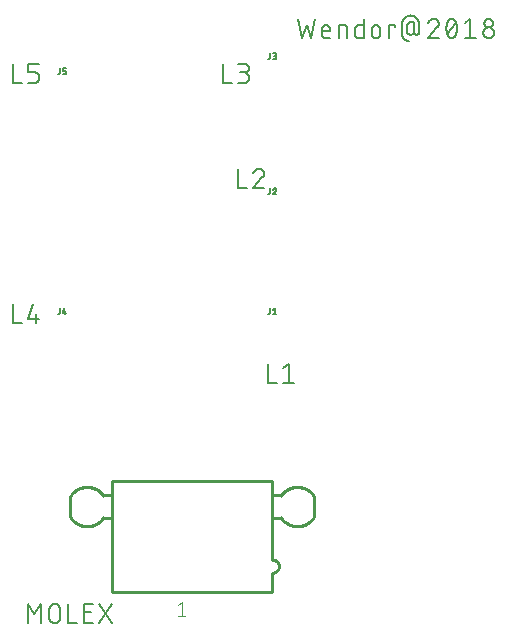
<source format=gbr>
G04 EAGLE Gerber X2 export*
%TF.Part,Single*%
%TF.FileFunction,Legend,Top,1*%
%TF.FilePolarity,Positive*%
%TF.GenerationSoftware,Autodesk,EAGLE,8.7.1*%
%TF.CreationDate,2018-05-13T19:15:01Z*%
G75*
%MOMM*%
%FSLAX34Y34*%
%LPD*%
%AMOC8*
5,1,8,0,0,1.08239X$1,22.5*%
G01*
%ADD10C,0.152400*%
%ADD11C,0.127000*%
%ADD12C,0.254000*%
%ADD13C,0.101600*%


D10*
X254762Y563118D02*
X258374Y546862D01*
X261987Y557699D01*
X265599Y546862D01*
X269212Y563118D01*
X277757Y546862D02*
X282273Y546862D01*
X277757Y546862D02*
X277656Y546864D01*
X277555Y546870D01*
X277454Y546879D01*
X277353Y546892D01*
X277253Y546909D01*
X277154Y546930D01*
X277056Y546954D01*
X276959Y546982D01*
X276862Y547014D01*
X276767Y547049D01*
X276674Y547088D01*
X276582Y547130D01*
X276491Y547176D01*
X276403Y547225D01*
X276316Y547277D01*
X276231Y547333D01*
X276148Y547391D01*
X276068Y547453D01*
X275990Y547518D01*
X275914Y547585D01*
X275841Y547655D01*
X275771Y547728D01*
X275704Y547804D01*
X275639Y547882D01*
X275577Y547962D01*
X275519Y548045D01*
X275463Y548130D01*
X275411Y548217D01*
X275362Y548305D01*
X275316Y548396D01*
X275274Y548488D01*
X275235Y548581D01*
X275200Y548676D01*
X275168Y548773D01*
X275140Y548870D01*
X275116Y548968D01*
X275095Y549067D01*
X275078Y549167D01*
X275065Y549268D01*
X275056Y549369D01*
X275050Y549470D01*
X275048Y549571D01*
X275048Y554087D01*
X275050Y554206D01*
X275056Y554326D01*
X275066Y554445D01*
X275080Y554563D01*
X275097Y554682D01*
X275119Y554799D01*
X275144Y554916D01*
X275174Y555031D01*
X275207Y555146D01*
X275244Y555260D01*
X275284Y555372D01*
X275329Y555483D01*
X275377Y555592D01*
X275428Y555700D01*
X275483Y555806D01*
X275542Y555910D01*
X275604Y556012D01*
X275669Y556112D01*
X275738Y556210D01*
X275810Y556306D01*
X275885Y556399D01*
X275962Y556489D01*
X276043Y556577D01*
X276127Y556662D01*
X276214Y556744D01*
X276303Y556824D01*
X276395Y556900D01*
X276489Y556974D01*
X276586Y557044D01*
X276684Y557111D01*
X276785Y557175D01*
X276889Y557235D01*
X276994Y557292D01*
X277101Y557345D01*
X277209Y557395D01*
X277319Y557441D01*
X277431Y557483D01*
X277544Y557522D01*
X277658Y557557D01*
X277773Y557588D01*
X277890Y557616D01*
X278007Y557639D01*
X278124Y557659D01*
X278243Y557675D01*
X278362Y557687D01*
X278481Y557695D01*
X278600Y557699D01*
X278720Y557699D01*
X278839Y557695D01*
X278958Y557687D01*
X279077Y557675D01*
X279196Y557659D01*
X279313Y557639D01*
X279430Y557616D01*
X279547Y557588D01*
X279662Y557557D01*
X279776Y557522D01*
X279889Y557483D01*
X280001Y557441D01*
X280111Y557395D01*
X280219Y557345D01*
X280326Y557292D01*
X280431Y557235D01*
X280535Y557175D01*
X280636Y557111D01*
X280734Y557044D01*
X280831Y556974D01*
X280925Y556900D01*
X281017Y556824D01*
X281106Y556744D01*
X281193Y556662D01*
X281277Y556577D01*
X281358Y556489D01*
X281435Y556399D01*
X281510Y556306D01*
X281582Y556210D01*
X281651Y556112D01*
X281716Y556012D01*
X281778Y555910D01*
X281837Y555806D01*
X281892Y555700D01*
X281943Y555592D01*
X281991Y555483D01*
X282036Y555372D01*
X282076Y555260D01*
X282113Y555146D01*
X282146Y555031D01*
X282176Y554916D01*
X282201Y554799D01*
X282223Y554682D01*
X282240Y554563D01*
X282254Y554445D01*
X282264Y554326D01*
X282270Y554206D01*
X282272Y554087D01*
X282273Y554087D02*
X282273Y552281D01*
X275048Y552281D01*
X289116Y546862D02*
X289116Y557699D01*
X293631Y557699D01*
X293735Y557697D01*
X293838Y557691D01*
X293942Y557681D01*
X294045Y557667D01*
X294147Y557649D01*
X294248Y557628D01*
X294349Y557602D01*
X294448Y557573D01*
X294547Y557540D01*
X294644Y557503D01*
X294739Y557462D01*
X294833Y557418D01*
X294925Y557370D01*
X295015Y557319D01*
X295104Y557264D01*
X295190Y557206D01*
X295273Y557144D01*
X295355Y557080D01*
X295433Y557012D01*
X295509Y556942D01*
X295583Y556869D01*
X295653Y556792D01*
X295721Y556714D01*
X295785Y556632D01*
X295847Y556549D01*
X295905Y556463D01*
X295960Y556374D01*
X296011Y556284D01*
X296059Y556192D01*
X296103Y556098D01*
X296144Y556003D01*
X296181Y555906D01*
X296214Y555807D01*
X296243Y555708D01*
X296269Y555607D01*
X296290Y555506D01*
X296308Y555404D01*
X296322Y555301D01*
X296332Y555197D01*
X296338Y555094D01*
X296340Y554990D01*
X296341Y554990D02*
X296341Y546862D01*
X310336Y546862D02*
X310336Y563118D01*
X310336Y546862D02*
X305820Y546862D01*
X305719Y546864D01*
X305618Y546870D01*
X305517Y546879D01*
X305416Y546892D01*
X305316Y546909D01*
X305217Y546930D01*
X305119Y546954D01*
X305022Y546982D01*
X304925Y547014D01*
X304830Y547049D01*
X304737Y547088D01*
X304645Y547130D01*
X304554Y547176D01*
X304466Y547225D01*
X304379Y547277D01*
X304294Y547333D01*
X304211Y547391D01*
X304131Y547453D01*
X304053Y547518D01*
X303977Y547585D01*
X303904Y547655D01*
X303834Y547728D01*
X303767Y547804D01*
X303702Y547882D01*
X303640Y547962D01*
X303582Y548045D01*
X303526Y548130D01*
X303474Y548217D01*
X303425Y548305D01*
X303379Y548396D01*
X303337Y548488D01*
X303298Y548581D01*
X303263Y548676D01*
X303231Y548773D01*
X303203Y548870D01*
X303179Y548968D01*
X303158Y549067D01*
X303141Y549167D01*
X303128Y549268D01*
X303119Y549369D01*
X303113Y549470D01*
X303111Y549571D01*
X303111Y554990D01*
X303113Y555091D01*
X303119Y555192D01*
X303128Y555293D01*
X303141Y555394D01*
X303158Y555494D01*
X303179Y555593D01*
X303203Y555691D01*
X303231Y555788D01*
X303263Y555885D01*
X303298Y555980D01*
X303337Y556073D01*
X303379Y556165D01*
X303425Y556256D01*
X303474Y556345D01*
X303526Y556431D01*
X303582Y556516D01*
X303640Y556599D01*
X303702Y556679D01*
X303767Y556757D01*
X303834Y556833D01*
X303904Y556906D01*
X303977Y556976D01*
X304053Y557043D01*
X304131Y557108D01*
X304211Y557170D01*
X304294Y557228D01*
X304379Y557284D01*
X304466Y557336D01*
X304554Y557385D01*
X304645Y557431D01*
X304737Y557473D01*
X304830Y557512D01*
X304925Y557547D01*
X305022Y557579D01*
X305119Y557607D01*
X305217Y557631D01*
X305316Y557652D01*
X305416Y557669D01*
X305517Y557682D01*
X305618Y557691D01*
X305719Y557697D01*
X305820Y557699D01*
X310336Y557699D01*
X317252Y554087D02*
X317252Y550474D01*
X317252Y554087D02*
X317254Y554206D01*
X317260Y554326D01*
X317270Y554445D01*
X317284Y554563D01*
X317301Y554682D01*
X317323Y554799D01*
X317348Y554916D01*
X317378Y555031D01*
X317411Y555146D01*
X317448Y555260D01*
X317488Y555372D01*
X317533Y555483D01*
X317581Y555592D01*
X317632Y555700D01*
X317687Y555806D01*
X317746Y555910D01*
X317808Y556012D01*
X317873Y556112D01*
X317942Y556210D01*
X318014Y556306D01*
X318089Y556399D01*
X318166Y556489D01*
X318247Y556577D01*
X318331Y556662D01*
X318418Y556744D01*
X318507Y556824D01*
X318599Y556900D01*
X318693Y556974D01*
X318790Y557044D01*
X318888Y557111D01*
X318989Y557175D01*
X319093Y557235D01*
X319198Y557292D01*
X319305Y557345D01*
X319413Y557395D01*
X319523Y557441D01*
X319635Y557483D01*
X319748Y557522D01*
X319862Y557557D01*
X319977Y557588D01*
X320094Y557616D01*
X320211Y557639D01*
X320328Y557659D01*
X320447Y557675D01*
X320566Y557687D01*
X320685Y557695D01*
X320804Y557699D01*
X320924Y557699D01*
X321043Y557695D01*
X321162Y557687D01*
X321281Y557675D01*
X321400Y557659D01*
X321517Y557639D01*
X321634Y557616D01*
X321751Y557588D01*
X321866Y557557D01*
X321980Y557522D01*
X322093Y557483D01*
X322205Y557441D01*
X322315Y557395D01*
X322423Y557345D01*
X322530Y557292D01*
X322635Y557235D01*
X322739Y557175D01*
X322840Y557111D01*
X322938Y557044D01*
X323035Y556974D01*
X323129Y556900D01*
X323221Y556824D01*
X323310Y556744D01*
X323397Y556662D01*
X323481Y556577D01*
X323562Y556489D01*
X323639Y556399D01*
X323714Y556306D01*
X323786Y556210D01*
X323855Y556112D01*
X323920Y556012D01*
X323982Y555910D01*
X324041Y555806D01*
X324096Y555700D01*
X324147Y555592D01*
X324195Y555483D01*
X324240Y555372D01*
X324280Y555260D01*
X324317Y555146D01*
X324350Y555031D01*
X324380Y554916D01*
X324405Y554799D01*
X324427Y554682D01*
X324444Y554563D01*
X324458Y554445D01*
X324468Y554326D01*
X324474Y554206D01*
X324476Y554087D01*
X324477Y554087D02*
X324477Y550474D01*
X324476Y550474D02*
X324474Y550355D01*
X324468Y550235D01*
X324458Y550116D01*
X324444Y549998D01*
X324427Y549879D01*
X324405Y549762D01*
X324380Y549645D01*
X324350Y549530D01*
X324317Y549415D01*
X324280Y549301D01*
X324240Y549189D01*
X324195Y549078D01*
X324147Y548969D01*
X324096Y548861D01*
X324041Y548755D01*
X323982Y548651D01*
X323920Y548549D01*
X323855Y548449D01*
X323786Y548351D01*
X323714Y548255D01*
X323639Y548162D01*
X323562Y548072D01*
X323481Y547984D01*
X323397Y547899D01*
X323310Y547817D01*
X323221Y547737D01*
X323129Y547661D01*
X323035Y547587D01*
X322938Y547517D01*
X322840Y547450D01*
X322739Y547386D01*
X322635Y547326D01*
X322530Y547269D01*
X322423Y547216D01*
X322315Y547166D01*
X322205Y547120D01*
X322093Y547078D01*
X321980Y547039D01*
X321866Y547004D01*
X321751Y546973D01*
X321634Y546945D01*
X321517Y546922D01*
X321400Y546902D01*
X321281Y546886D01*
X321162Y546874D01*
X321043Y546866D01*
X320924Y546862D01*
X320804Y546862D01*
X320685Y546866D01*
X320566Y546874D01*
X320447Y546886D01*
X320328Y546902D01*
X320211Y546922D01*
X320094Y546945D01*
X319977Y546973D01*
X319862Y547004D01*
X319748Y547039D01*
X319635Y547078D01*
X319523Y547120D01*
X319413Y547166D01*
X319305Y547216D01*
X319198Y547269D01*
X319093Y547326D01*
X318989Y547386D01*
X318888Y547450D01*
X318790Y547517D01*
X318693Y547587D01*
X318599Y547661D01*
X318507Y547737D01*
X318418Y547817D01*
X318331Y547899D01*
X318247Y547984D01*
X318166Y548072D01*
X318089Y548162D01*
X318014Y548255D01*
X317942Y548351D01*
X317873Y548449D01*
X317808Y548549D01*
X317746Y548651D01*
X317687Y548755D01*
X317632Y548861D01*
X317581Y548969D01*
X317533Y549078D01*
X317488Y549189D01*
X317448Y549301D01*
X317411Y549415D01*
X317378Y549530D01*
X317348Y549645D01*
X317323Y549762D01*
X317301Y549879D01*
X317284Y549998D01*
X317270Y550116D01*
X317260Y550235D01*
X317254Y550355D01*
X317252Y550474D01*
X331405Y546862D02*
X331405Y557699D01*
X336824Y557699D01*
X336824Y555893D01*
X350043Y560409D02*
X352752Y560409D01*
X350043Y560408D02*
X349939Y560406D01*
X349836Y560400D01*
X349732Y560390D01*
X349629Y560376D01*
X349527Y560358D01*
X349426Y560337D01*
X349325Y560311D01*
X349226Y560282D01*
X349127Y560249D01*
X349030Y560212D01*
X348935Y560171D01*
X348841Y560127D01*
X348749Y560079D01*
X348659Y560028D01*
X348570Y559973D01*
X348484Y559915D01*
X348401Y559853D01*
X348319Y559789D01*
X348241Y559721D01*
X348165Y559651D01*
X348091Y559578D01*
X348021Y559501D01*
X347953Y559423D01*
X347889Y559341D01*
X347827Y559258D01*
X347769Y559172D01*
X347714Y559083D01*
X347663Y558993D01*
X347615Y558901D01*
X347571Y558807D01*
X347530Y558712D01*
X347493Y558615D01*
X347460Y558516D01*
X347431Y558417D01*
X347405Y558316D01*
X347384Y558215D01*
X347366Y558113D01*
X347352Y558010D01*
X347342Y557906D01*
X347336Y557803D01*
X347334Y557699D01*
X347333Y557699D02*
X347333Y552281D01*
X347334Y552281D02*
X347336Y552178D01*
X347342Y552076D01*
X347351Y551974D01*
X347365Y551872D01*
X347382Y551771D01*
X347404Y551671D01*
X347429Y551572D01*
X347457Y551473D01*
X347490Y551376D01*
X347526Y551280D01*
X347565Y551185D01*
X347609Y551092D01*
X347655Y551001D01*
X347706Y550912D01*
X347759Y550824D01*
X347816Y550739D01*
X347876Y550656D01*
X347939Y550575D01*
X348005Y550496D01*
X348074Y550421D01*
X348146Y550347D01*
X348220Y550277D01*
X348297Y550209D01*
X348377Y550145D01*
X348459Y550083D01*
X348543Y550025D01*
X348630Y549970D01*
X348718Y549918D01*
X348809Y549870D01*
X348901Y549825D01*
X348994Y549783D01*
X349090Y549745D01*
X349186Y549711D01*
X349284Y549680D01*
X349383Y549654D01*
X349483Y549630D01*
X349584Y549611D01*
X349685Y549596D01*
X349787Y549584D01*
X349889Y549576D01*
X349992Y549572D01*
X350094Y549572D01*
X350197Y549576D01*
X350299Y549584D01*
X350401Y549596D01*
X350502Y549611D01*
X350603Y549630D01*
X350703Y549654D01*
X350802Y549680D01*
X350900Y549711D01*
X350996Y549745D01*
X351092Y549783D01*
X351185Y549825D01*
X351277Y549870D01*
X351368Y549918D01*
X351456Y549970D01*
X351543Y550025D01*
X351627Y550083D01*
X351709Y550145D01*
X351789Y550209D01*
X351866Y550277D01*
X351940Y550347D01*
X352012Y550421D01*
X352081Y550496D01*
X352147Y550575D01*
X352210Y550656D01*
X352270Y550739D01*
X352327Y550824D01*
X352380Y550912D01*
X352431Y551001D01*
X352477Y551092D01*
X352521Y551185D01*
X352560Y551280D01*
X352596Y551376D01*
X352629Y551473D01*
X352657Y551572D01*
X352682Y551671D01*
X352704Y551771D01*
X352721Y551872D01*
X352735Y551974D01*
X352744Y552076D01*
X352750Y552178D01*
X352752Y552281D01*
X352752Y551829D02*
X352752Y560409D01*
X352752Y551829D02*
X352754Y551736D01*
X352760Y551643D01*
X352769Y551550D01*
X352783Y551457D01*
X352800Y551366D01*
X352821Y551275D01*
X352846Y551185D01*
X352874Y551096D01*
X352906Y551008D01*
X352942Y550922D01*
X352981Y550837D01*
X353024Y550754D01*
X353070Y550673D01*
X353120Y550594D01*
X353172Y550517D01*
X353228Y550442D01*
X353287Y550370D01*
X353349Y550300D01*
X353413Y550232D01*
X353481Y550168D01*
X353551Y550106D01*
X353623Y550047D01*
X353698Y549991D01*
X353775Y549939D01*
X353854Y549889D01*
X353935Y549843D01*
X354018Y549800D01*
X354103Y549761D01*
X354189Y549725D01*
X354277Y549693D01*
X354366Y549665D01*
X354456Y549640D01*
X354547Y549619D01*
X354638Y549602D01*
X354731Y549588D01*
X354824Y549579D01*
X354917Y549573D01*
X355010Y549571D01*
X355103Y549573D01*
X355196Y549579D01*
X355289Y549588D01*
X355382Y549602D01*
X355473Y549619D01*
X355564Y549640D01*
X355654Y549665D01*
X355743Y549693D01*
X355831Y549725D01*
X355917Y549761D01*
X356002Y549800D01*
X356085Y549843D01*
X356166Y549889D01*
X356245Y549939D01*
X356322Y549991D01*
X356397Y550047D01*
X356469Y550106D01*
X356539Y550168D01*
X356607Y550232D01*
X356671Y550300D01*
X356733Y550370D01*
X356792Y550442D01*
X356848Y550517D01*
X356900Y550594D01*
X356950Y550673D01*
X356996Y550754D01*
X357039Y550837D01*
X357078Y550922D01*
X357114Y551008D01*
X357146Y551096D01*
X357174Y551185D01*
X357199Y551275D01*
X357220Y551366D01*
X357237Y551457D01*
X357251Y551550D01*
X357260Y551643D01*
X357266Y551736D01*
X357268Y551829D01*
X357268Y558602D01*
X357266Y558778D01*
X357259Y558954D01*
X357249Y559129D01*
X357234Y559305D01*
X357215Y559480D01*
X357191Y559654D01*
X357163Y559828D01*
X357131Y560001D01*
X357095Y560173D01*
X357055Y560344D01*
X357010Y560514D01*
X356962Y560684D01*
X356909Y560851D01*
X356852Y561018D01*
X356791Y561183D01*
X356726Y561347D01*
X356658Y561508D01*
X356585Y561669D01*
X356508Y561827D01*
X356428Y561984D01*
X356344Y562138D01*
X356256Y562290D01*
X356164Y562441D01*
X356069Y562589D01*
X355970Y562734D01*
X355867Y562877D01*
X355762Y563018D01*
X355652Y563156D01*
X355540Y563291D01*
X355424Y563423D01*
X355305Y563553D01*
X355183Y563680D01*
X355058Y563803D01*
X354930Y563924D01*
X354798Y564041D01*
X354665Y564155D01*
X354528Y564266D01*
X354389Y564374D01*
X354247Y564478D01*
X354103Y564579D01*
X353956Y564676D01*
X353807Y564769D01*
X353656Y564859D01*
X353502Y564945D01*
X353347Y565027D01*
X353189Y565106D01*
X353030Y565181D01*
X352869Y565252D01*
X352706Y565318D01*
X352542Y565381D01*
X352376Y565440D01*
X352209Y565495D01*
X352040Y565545D01*
X351870Y565592D01*
X351700Y565634D01*
X351528Y565673D01*
X351355Y565707D01*
X351182Y565737D01*
X351008Y565762D01*
X350833Y565784D01*
X350658Y565801D01*
X350483Y565814D01*
X350307Y565822D01*
X350131Y565826D01*
X349955Y565826D01*
X349779Y565822D01*
X349603Y565814D01*
X349428Y565801D01*
X349253Y565784D01*
X349078Y565762D01*
X348904Y565737D01*
X348731Y565707D01*
X348558Y565673D01*
X348386Y565634D01*
X348216Y565592D01*
X348046Y565545D01*
X347877Y565495D01*
X347710Y565440D01*
X347544Y565381D01*
X347380Y565318D01*
X347217Y565252D01*
X347056Y565181D01*
X346897Y565106D01*
X346739Y565027D01*
X346584Y564945D01*
X346431Y564859D01*
X346279Y564769D01*
X346130Y564676D01*
X345983Y564579D01*
X345839Y564478D01*
X345697Y564374D01*
X345558Y564266D01*
X345421Y564155D01*
X345288Y564041D01*
X345156Y563924D01*
X345028Y563803D01*
X344903Y563680D01*
X344781Y563553D01*
X344662Y563423D01*
X344546Y563291D01*
X344434Y563156D01*
X344324Y563018D01*
X344219Y562877D01*
X344116Y562734D01*
X344017Y562589D01*
X343922Y562441D01*
X343830Y562290D01*
X343742Y562138D01*
X343658Y561984D01*
X343578Y561827D01*
X343501Y561669D01*
X343428Y561508D01*
X343360Y561347D01*
X343295Y561183D01*
X343234Y561018D01*
X343177Y560851D01*
X343124Y560684D01*
X343076Y560514D01*
X343031Y560344D01*
X342991Y560173D01*
X342955Y560001D01*
X342923Y559828D01*
X342895Y559654D01*
X342871Y559480D01*
X342852Y559305D01*
X342837Y559129D01*
X342827Y558954D01*
X342820Y558778D01*
X342818Y558602D01*
X342818Y550926D01*
X342820Y550762D01*
X342826Y550597D01*
X342836Y550433D01*
X342850Y550269D01*
X342868Y550106D01*
X342890Y549943D01*
X342915Y549780D01*
X342945Y549619D01*
X342979Y549458D01*
X343016Y549298D01*
X343058Y549138D01*
X343103Y548980D01*
X343152Y548823D01*
X343205Y548668D01*
X343261Y548513D01*
X343322Y548360D01*
X343386Y548209D01*
X343453Y548059D01*
X343524Y547911D01*
X343599Y547764D01*
X343678Y547620D01*
X343759Y547477D01*
X343845Y547336D01*
X343933Y547198D01*
X344025Y547061D01*
X344121Y546927D01*
X344219Y546796D01*
X344321Y546666D01*
X344425Y546540D01*
X344533Y546415D01*
X344644Y546294D01*
X344758Y546175D01*
X344874Y546059D01*
X344993Y545946D01*
X345115Y545835D01*
X345240Y545728D01*
X345367Y545624D01*
X345497Y545523D01*
X345629Y545425D01*
X345763Y545330D01*
X345900Y545238D01*
X346039Y545150D01*
X346180Y545066D01*
X346323Y544984D01*
X346468Y544907D01*
X346614Y544832D01*
X346763Y544762D01*
X346913Y544694D01*
X347065Y544631D01*
X347218Y544571D01*
X347372Y544515D01*
X347528Y544463D01*
X347686Y544415D01*
X347844Y544370D01*
X348003Y544329D01*
X348163Y544292D01*
X348324Y544259D01*
X348486Y544230D01*
X348649Y544205D01*
X348812Y544184D01*
X348975Y544166D01*
X349139Y544153D01*
X369773Y563118D02*
X369898Y563116D01*
X370023Y563110D01*
X370148Y563101D01*
X370272Y563087D01*
X370396Y563070D01*
X370520Y563049D01*
X370642Y563024D01*
X370764Y562995D01*
X370885Y562963D01*
X371005Y562927D01*
X371124Y562887D01*
X371241Y562844D01*
X371357Y562797D01*
X371472Y562746D01*
X371584Y562692D01*
X371696Y562634D01*
X371805Y562574D01*
X371912Y562509D01*
X372018Y562442D01*
X372121Y562371D01*
X372222Y562297D01*
X372321Y562220D01*
X372417Y562140D01*
X372511Y562057D01*
X372602Y561972D01*
X372691Y561883D01*
X372776Y561792D01*
X372859Y561698D01*
X372939Y561602D01*
X373016Y561503D01*
X373090Y561402D01*
X373161Y561299D01*
X373228Y561193D01*
X373293Y561086D01*
X373353Y560977D01*
X373411Y560865D01*
X373465Y560753D01*
X373516Y560638D01*
X373563Y560522D01*
X373606Y560405D01*
X373646Y560286D01*
X373682Y560166D01*
X373714Y560045D01*
X373743Y559923D01*
X373768Y559801D01*
X373789Y559677D01*
X373806Y559553D01*
X373820Y559429D01*
X373829Y559304D01*
X373835Y559179D01*
X373837Y559054D01*
X369773Y563118D02*
X369630Y563116D01*
X369488Y563110D01*
X369345Y563100D01*
X369203Y563087D01*
X369062Y563069D01*
X368920Y563048D01*
X368780Y563023D01*
X368640Y562994D01*
X368501Y562961D01*
X368363Y562924D01*
X368226Y562884D01*
X368091Y562840D01*
X367956Y562792D01*
X367823Y562740D01*
X367691Y562685D01*
X367561Y562626D01*
X367433Y562564D01*
X367306Y562498D01*
X367181Y562429D01*
X367058Y562357D01*
X366938Y562281D01*
X366819Y562202D01*
X366702Y562119D01*
X366588Y562034D01*
X366476Y561945D01*
X366367Y561854D01*
X366260Y561759D01*
X366155Y561662D01*
X366054Y561561D01*
X365955Y561458D01*
X365859Y561353D01*
X365766Y561244D01*
X365676Y561133D01*
X365589Y561020D01*
X365505Y560905D01*
X365425Y560787D01*
X365347Y560667D01*
X365273Y560545D01*
X365203Y560421D01*
X365135Y560295D01*
X365072Y560167D01*
X365011Y560038D01*
X364954Y559907D01*
X364901Y559775D01*
X364852Y559641D01*
X364806Y559506D01*
X372482Y555893D02*
X372576Y555985D01*
X372666Y556079D01*
X372754Y556176D01*
X372839Y556276D01*
X372921Y556378D01*
X373000Y556483D01*
X373075Y556590D01*
X373147Y556699D01*
X373216Y556810D01*
X373282Y556924D01*
X373344Y557039D01*
X373403Y557156D01*
X373458Y557275D01*
X373509Y557395D01*
X373557Y557517D01*
X373602Y557640D01*
X373642Y557764D01*
X373679Y557890D01*
X373712Y558017D01*
X373741Y558144D01*
X373767Y558273D01*
X373788Y558402D01*
X373806Y558532D01*
X373819Y558662D01*
X373829Y558792D01*
X373835Y558923D01*
X373837Y559054D01*
X372482Y555893D02*
X364806Y546862D01*
X373837Y546862D01*
X380437Y554990D02*
X380441Y555310D01*
X380452Y555629D01*
X380471Y555949D01*
X380498Y556267D01*
X380532Y556585D01*
X380574Y556902D01*
X380624Y557218D01*
X380681Y557533D01*
X380745Y557846D01*
X380817Y558158D01*
X380896Y558468D01*
X380983Y558775D01*
X381077Y559081D01*
X381178Y559384D01*
X381287Y559685D01*
X381402Y559983D01*
X381525Y560279D01*
X381655Y560571D01*
X381792Y560860D01*
X381791Y560861D02*
X381830Y560969D01*
X381873Y561076D01*
X381919Y561181D01*
X381970Y561285D01*
X382023Y561387D01*
X382080Y561487D01*
X382141Y561585D01*
X382205Y561680D01*
X382272Y561774D01*
X382343Y561865D01*
X382416Y561954D01*
X382493Y562040D01*
X382572Y562123D01*
X382654Y562204D01*
X382739Y562282D01*
X382827Y562356D01*
X382917Y562428D01*
X383009Y562496D01*
X383104Y562562D01*
X383201Y562624D01*
X383300Y562682D01*
X383402Y562738D01*
X383504Y562789D01*
X383609Y562837D01*
X383715Y562882D01*
X383823Y562923D01*
X383932Y562960D01*
X384042Y562993D01*
X384154Y563022D01*
X384266Y563048D01*
X384379Y563070D01*
X384493Y563087D01*
X384607Y563101D01*
X384722Y563111D01*
X384837Y563117D01*
X384952Y563119D01*
X384952Y563118D02*
X385067Y563116D01*
X385182Y563110D01*
X385297Y563100D01*
X385411Y563086D01*
X385525Y563069D01*
X385638Y563047D01*
X385750Y563021D01*
X385862Y562992D01*
X385972Y562959D01*
X386081Y562922D01*
X386189Y562881D01*
X386295Y562836D01*
X386400Y562788D01*
X386502Y562737D01*
X386603Y562681D01*
X386703Y562623D01*
X386800Y562561D01*
X386894Y562496D01*
X386987Y562427D01*
X387077Y562355D01*
X387165Y562281D01*
X387250Y562203D01*
X387332Y562122D01*
X387411Y562039D01*
X387488Y561953D01*
X387561Y561864D01*
X387632Y561773D01*
X387699Y561679D01*
X387763Y561584D01*
X387824Y561486D01*
X387881Y561386D01*
X387934Y561284D01*
X387985Y561180D01*
X388031Y561075D01*
X388074Y560968D01*
X388113Y560860D01*
X388250Y560571D01*
X388380Y560279D01*
X388503Y559983D01*
X388618Y559685D01*
X388727Y559384D01*
X388828Y559081D01*
X388922Y558775D01*
X389009Y558468D01*
X389088Y558158D01*
X389160Y557846D01*
X389224Y557533D01*
X389281Y557218D01*
X389331Y556902D01*
X389373Y556585D01*
X389407Y556267D01*
X389434Y555949D01*
X389453Y555629D01*
X389464Y555310D01*
X389468Y554990D01*
X380437Y554990D02*
X380441Y554670D01*
X380452Y554351D01*
X380471Y554031D01*
X380498Y553713D01*
X380532Y553395D01*
X380574Y553078D01*
X380624Y552762D01*
X380681Y552447D01*
X380745Y552134D01*
X380817Y551822D01*
X380896Y551512D01*
X380983Y551205D01*
X381077Y550899D01*
X381178Y550596D01*
X381287Y550295D01*
X381402Y549997D01*
X381525Y549701D01*
X381655Y549409D01*
X381792Y549120D01*
X381791Y549120D02*
X381830Y549012D01*
X381873Y548905D01*
X381919Y548800D01*
X381970Y548696D01*
X382023Y548594D01*
X382080Y548494D01*
X382141Y548396D01*
X382205Y548301D01*
X382272Y548207D01*
X382343Y548116D01*
X382416Y548027D01*
X382493Y547941D01*
X382572Y547858D01*
X382654Y547777D01*
X382739Y547699D01*
X382827Y547625D01*
X382917Y547553D01*
X383010Y547484D01*
X383104Y547419D01*
X383201Y547357D01*
X383301Y547299D01*
X383402Y547243D01*
X383504Y547192D01*
X383609Y547144D01*
X383715Y547099D01*
X383823Y547058D01*
X383932Y547021D01*
X384042Y546988D01*
X384154Y546959D01*
X384266Y546933D01*
X384379Y546911D01*
X384493Y546894D01*
X384607Y546880D01*
X384722Y546870D01*
X384837Y546864D01*
X384952Y546862D01*
X388113Y549120D02*
X388250Y549409D01*
X388380Y549701D01*
X388503Y549997D01*
X388618Y550295D01*
X388727Y550596D01*
X388828Y550899D01*
X388922Y551205D01*
X389009Y551512D01*
X389088Y551822D01*
X389160Y552134D01*
X389224Y552447D01*
X389281Y552762D01*
X389331Y553078D01*
X389373Y553395D01*
X389407Y553713D01*
X389434Y554031D01*
X389453Y554351D01*
X389464Y554670D01*
X389468Y554990D01*
X388113Y549120D02*
X388074Y549012D01*
X388031Y548905D01*
X387985Y548800D01*
X387934Y548696D01*
X387881Y548594D01*
X387824Y548494D01*
X387763Y548396D01*
X387699Y548301D01*
X387632Y548207D01*
X387561Y548116D01*
X387488Y548027D01*
X387411Y547941D01*
X387332Y547858D01*
X387250Y547777D01*
X387165Y547699D01*
X387077Y547625D01*
X386987Y547553D01*
X386894Y547484D01*
X386800Y547419D01*
X386703Y547357D01*
X386603Y547299D01*
X386502Y547243D01*
X386399Y547192D01*
X386295Y547144D01*
X386189Y547099D01*
X386081Y547058D01*
X385972Y547021D01*
X385862Y546988D01*
X385750Y546959D01*
X385638Y546933D01*
X385525Y546911D01*
X385411Y546894D01*
X385297Y546880D01*
X385182Y546870D01*
X385067Y546864D01*
X384952Y546862D01*
X381340Y550474D02*
X388565Y559506D01*
X396068Y559506D02*
X400584Y563118D01*
X400584Y546862D01*
X405099Y546862D02*
X396068Y546862D01*
X411699Y551378D02*
X411701Y551511D01*
X411707Y551643D01*
X411717Y551775D01*
X411730Y551907D01*
X411748Y552039D01*
X411769Y552169D01*
X411794Y552300D01*
X411823Y552429D01*
X411856Y552557D01*
X411892Y552685D01*
X411932Y552811D01*
X411976Y552936D01*
X412024Y553060D01*
X412075Y553182D01*
X412130Y553303D01*
X412188Y553422D01*
X412250Y553540D01*
X412315Y553655D01*
X412384Y553769D01*
X412455Y553880D01*
X412531Y553989D01*
X412609Y554096D01*
X412690Y554201D01*
X412775Y554303D01*
X412862Y554403D01*
X412952Y554500D01*
X413045Y554595D01*
X413141Y554686D01*
X413239Y554775D01*
X413340Y554861D01*
X413444Y554944D01*
X413550Y555024D01*
X413658Y555100D01*
X413768Y555174D01*
X413881Y555244D01*
X413995Y555311D01*
X414112Y555374D01*
X414230Y555434D01*
X414350Y555491D01*
X414472Y555544D01*
X414595Y555593D01*
X414719Y555639D01*
X414845Y555681D01*
X414972Y555719D01*
X415100Y555754D01*
X415229Y555785D01*
X415358Y555812D01*
X415489Y555835D01*
X415620Y555855D01*
X415752Y555870D01*
X415884Y555882D01*
X416016Y555890D01*
X416149Y555894D01*
X416281Y555894D01*
X416414Y555890D01*
X416546Y555882D01*
X416678Y555870D01*
X416810Y555855D01*
X416941Y555835D01*
X417072Y555812D01*
X417201Y555785D01*
X417330Y555754D01*
X417458Y555719D01*
X417585Y555681D01*
X417711Y555639D01*
X417835Y555593D01*
X417958Y555544D01*
X418080Y555491D01*
X418200Y555434D01*
X418318Y555374D01*
X418435Y555311D01*
X418549Y555244D01*
X418662Y555174D01*
X418772Y555100D01*
X418880Y555024D01*
X418986Y554944D01*
X419090Y554861D01*
X419191Y554775D01*
X419289Y554686D01*
X419385Y554595D01*
X419478Y554500D01*
X419568Y554403D01*
X419655Y554303D01*
X419740Y554201D01*
X419821Y554096D01*
X419899Y553989D01*
X419975Y553880D01*
X420046Y553769D01*
X420115Y553655D01*
X420180Y553540D01*
X420242Y553422D01*
X420300Y553303D01*
X420355Y553182D01*
X420406Y553060D01*
X420454Y552936D01*
X420498Y552811D01*
X420538Y552685D01*
X420574Y552557D01*
X420607Y552429D01*
X420636Y552300D01*
X420661Y552169D01*
X420682Y552039D01*
X420700Y551907D01*
X420713Y551775D01*
X420723Y551643D01*
X420729Y551511D01*
X420731Y551378D01*
X420729Y551245D01*
X420723Y551113D01*
X420713Y550981D01*
X420700Y550849D01*
X420682Y550717D01*
X420661Y550587D01*
X420636Y550456D01*
X420607Y550327D01*
X420574Y550199D01*
X420538Y550071D01*
X420498Y549945D01*
X420454Y549820D01*
X420406Y549696D01*
X420355Y549574D01*
X420300Y549453D01*
X420242Y549334D01*
X420180Y549216D01*
X420115Y549101D01*
X420046Y548987D01*
X419975Y548876D01*
X419899Y548767D01*
X419821Y548660D01*
X419740Y548555D01*
X419655Y548453D01*
X419568Y548353D01*
X419478Y548256D01*
X419385Y548161D01*
X419289Y548070D01*
X419191Y547981D01*
X419090Y547895D01*
X418986Y547812D01*
X418880Y547732D01*
X418772Y547656D01*
X418662Y547582D01*
X418549Y547512D01*
X418435Y547445D01*
X418318Y547382D01*
X418200Y547322D01*
X418080Y547265D01*
X417958Y547212D01*
X417835Y547163D01*
X417711Y547117D01*
X417585Y547075D01*
X417458Y547037D01*
X417330Y547002D01*
X417201Y546971D01*
X417072Y546944D01*
X416941Y546921D01*
X416810Y546901D01*
X416678Y546886D01*
X416546Y546874D01*
X416414Y546866D01*
X416281Y546862D01*
X416149Y546862D01*
X416016Y546866D01*
X415884Y546874D01*
X415752Y546886D01*
X415620Y546901D01*
X415489Y546921D01*
X415358Y546944D01*
X415229Y546971D01*
X415100Y547002D01*
X414972Y547037D01*
X414845Y547075D01*
X414719Y547117D01*
X414595Y547163D01*
X414472Y547212D01*
X414350Y547265D01*
X414230Y547322D01*
X414112Y547382D01*
X413995Y547445D01*
X413881Y547512D01*
X413768Y547582D01*
X413658Y547656D01*
X413550Y547732D01*
X413444Y547812D01*
X413340Y547895D01*
X413239Y547981D01*
X413141Y548070D01*
X413045Y548161D01*
X412952Y548256D01*
X412862Y548353D01*
X412775Y548453D01*
X412690Y548555D01*
X412609Y548660D01*
X412531Y548767D01*
X412455Y548876D01*
X412384Y548987D01*
X412315Y549101D01*
X412250Y549216D01*
X412188Y549334D01*
X412130Y549453D01*
X412075Y549574D01*
X412024Y549696D01*
X411976Y549820D01*
X411932Y549945D01*
X411892Y550071D01*
X411856Y550199D01*
X411823Y550327D01*
X411794Y550456D01*
X411769Y550587D01*
X411748Y550717D01*
X411730Y550849D01*
X411717Y550981D01*
X411707Y551113D01*
X411701Y551245D01*
X411699Y551378D01*
X412603Y559506D02*
X412605Y559625D01*
X412611Y559745D01*
X412621Y559864D01*
X412635Y559982D01*
X412652Y560101D01*
X412674Y560218D01*
X412699Y560335D01*
X412729Y560450D01*
X412762Y560565D01*
X412799Y560679D01*
X412839Y560791D01*
X412884Y560902D01*
X412932Y561011D01*
X412983Y561119D01*
X413038Y561225D01*
X413097Y561329D01*
X413159Y561431D01*
X413224Y561531D01*
X413293Y561629D01*
X413365Y561725D01*
X413440Y561818D01*
X413517Y561908D01*
X413598Y561996D01*
X413682Y562081D01*
X413769Y562163D01*
X413858Y562243D01*
X413950Y562319D01*
X414044Y562393D01*
X414141Y562463D01*
X414239Y562530D01*
X414340Y562594D01*
X414444Y562654D01*
X414549Y562711D01*
X414656Y562764D01*
X414764Y562814D01*
X414874Y562860D01*
X414986Y562902D01*
X415099Y562941D01*
X415213Y562976D01*
X415328Y563007D01*
X415445Y563035D01*
X415562Y563058D01*
X415679Y563078D01*
X415798Y563094D01*
X415917Y563106D01*
X416036Y563114D01*
X416155Y563118D01*
X416275Y563118D01*
X416394Y563114D01*
X416513Y563106D01*
X416632Y563094D01*
X416751Y563078D01*
X416868Y563058D01*
X416985Y563035D01*
X417102Y563007D01*
X417217Y562976D01*
X417331Y562941D01*
X417444Y562902D01*
X417556Y562860D01*
X417666Y562814D01*
X417774Y562764D01*
X417881Y562711D01*
X417986Y562654D01*
X418090Y562594D01*
X418191Y562530D01*
X418289Y562463D01*
X418386Y562393D01*
X418480Y562319D01*
X418572Y562243D01*
X418661Y562163D01*
X418748Y562081D01*
X418832Y561996D01*
X418913Y561908D01*
X418990Y561818D01*
X419065Y561725D01*
X419137Y561629D01*
X419206Y561531D01*
X419271Y561431D01*
X419333Y561329D01*
X419392Y561225D01*
X419447Y561119D01*
X419498Y561011D01*
X419546Y560902D01*
X419591Y560791D01*
X419631Y560679D01*
X419668Y560565D01*
X419701Y560450D01*
X419731Y560335D01*
X419756Y560218D01*
X419778Y560101D01*
X419795Y559982D01*
X419809Y559864D01*
X419819Y559745D01*
X419825Y559625D01*
X419827Y559506D01*
X419825Y559387D01*
X419819Y559267D01*
X419809Y559148D01*
X419795Y559030D01*
X419778Y558911D01*
X419756Y558794D01*
X419731Y558677D01*
X419701Y558562D01*
X419668Y558447D01*
X419631Y558333D01*
X419591Y558221D01*
X419546Y558110D01*
X419498Y558001D01*
X419447Y557893D01*
X419392Y557787D01*
X419333Y557683D01*
X419271Y557581D01*
X419206Y557481D01*
X419137Y557383D01*
X419065Y557287D01*
X418990Y557194D01*
X418913Y557104D01*
X418832Y557016D01*
X418748Y556931D01*
X418661Y556849D01*
X418572Y556769D01*
X418480Y556693D01*
X418386Y556619D01*
X418289Y556549D01*
X418191Y556482D01*
X418090Y556418D01*
X417986Y556358D01*
X417881Y556301D01*
X417774Y556248D01*
X417666Y556198D01*
X417556Y556152D01*
X417444Y556110D01*
X417331Y556071D01*
X417217Y556036D01*
X417102Y556005D01*
X416985Y555977D01*
X416868Y555954D01*
X416751Y555934D01*
X416632Y555918D01*
X416513Y555906D01*
X416394Y555898D01*
X416275Y555894D01*
X416155Y555894D01*
X416036Y555898D01*
X415917Y555906D01*
X415798Y555918D01*
X415679Y555934D01*
X415562Y555954D01*
X415445Y555977D01*
X415328Y556005D01*
X415213Y556036D01*
X415099Y556071D01*
X414986Y556110D01*
X414874Y556152D01*
X414764Y556198D01*
X414656Y556248D01*
X414549Y556301D01*
X414444Y556358D01*
X414340Y556418D01*
X414239Y556482D01*
X414141Y556549D01*
X414044Y556619D01*
X413950Y556693D01*
X413858Y556769D01*
X413769Y556849D01*
X413682Y556931D01*
X413598Y557016D01*
X413517Y557104D01*
X413440Y557194D01*
X413365Y557287D01*
X413293Y557383D01*
X413224Y557481D01*
X413159Y557581D01*
X413097Y557683D01*
X413038Y557787D01*
X412983Y557893D01*
X412932Y558001D01*
X412884Y558110D01*
X412839Y558221D01*
X412799Y558333D01*
X412762Y558447D01*
X412729Y558562D01*
X412699Y558677D01*
X412674Y558794D01*
X412652Y558911D01*
X412635Y559030D01*
X412621Y559148D01*
X412611Y559267D01*
X412605Y559387D01*
X412603Y559506D01*
X229362Y271018D02*
X229362Y254762D01*
X236587Y254762D01*
X242358Y267406D02*
X246874Y271018D01*
X246874Y254762D01*
X251389Y254762D02*
X242358Y254762D01*
X203962Y419862D02*
X203962Y436118D01*
X203962Y419862D02*
X211187Y419862D01*
X225989Y432054D02*
X225987Y432179D01*
X225981Y432304D01*
X225972Y432429D01*
X225958Y432553D01*
X225941Y432677D01*
X225920Y432801D01*
X225895Y432923D01*
X225866Y433045D01*
X225834Y433166D01*
X225798Y433286D01*
X225758Y433405D01*
X225715Y433522D01*
X225668Y433638D01*
X225617Y433753D01*
X225563Y433865D01*
X225505Y433977D01*
X225445Y434086D01*
X225380Y434193D01*
X225313Y434299D01*
X225242Y434402D01*
X225168Y434503D01*
X225091Y434602D01*
X225011Y434698D01*
X224928Y434792D01*
X224843Y434883D01*
X224754Y434972D01*
X224663Y435057D01*
X224569Y435140D01*
X224473Y435220D01*
X224374Y435297D01*
X224273Y435371D01*
X224170Y435442D01*
X224064Y435509D01*
X223957Y435574D01*
X223848Y435634D01*
X223736Y435692D01*
X223624Y435746D01*
X223509Y435797D01*
X223393Y435844D01*
X223276Y435887D01*
X223157Y435927D01*
X223037Y435963D01*
X222916Y435995D01*
X222794Y436024D01*
X222672Y436049D01*
X222548Y436070D01*
X222424Y436087D01*
X222300Y436101D01*
X222175Y436110D01*
X222050Y436116D01*
X221925Y436118D01*
X221782Y436116D01*
X221640Y436110D01*
X221497Y436100D01*
X221355Y436087D01*
X221214Y436069D01*
X221072Y436048D01*
X220932Y436023D01*
X220792Y435994D01*
X220653Y435961D01*
X220515Y435924D01*
X220378Y435884D01*
X220243Y435840D01*
X220108Y435792D01*
X219975Y435740D01*
X219843Y435685D01*
X219713Y435626D01*
X219585Y435564D01*
X219458Y435498D01*
X219333Y435429D01*
X219210Y435357D01*
X219090Y435281D01*
X218971Y435202D01*
X218854Y435119D01*
X218740Y435034D01*
X218628Y434945D01*
X218519Y434854D01*
X218412Y434759D01*
X218307Y434662D01*
X218206Y434561D01*
X218107Y434458D01*
X218011Y434353D01*
X217918Y434244D01*
X217828Y434133D01*
X217741Y434020D01*
X217657Y433905D01*
X217577Y433787D01*
X217499Y433667D01*
X217425Y433545D01*
X217355Y433421D01*
X217287Y433295D01*
X217224Y433167D01*
X217163Y433038D01*
X217106Y432907D01*
X217053Y432775D01*
X217004Y432641D01*
X216958Y432506D01*
X224634Y428893D02*
X224728Y428985D01*
X224818Y429079D01*
X224906Y429176D01*
X224991Y429276D01*
X225073Y429378D01*
X225152Y429483D01*
X225227Y429590D01*
X225299Y429699D01*
X225368Y429810D01*
X225434Y429924D01*
X225496Y430039D01*
X225555Y430156D01*
X225610Y430275D01*
X225661Y430395D01*
X225709Y430517D01*
X225754Y430640D01*
X225794Y430764D01*
X225831Y430890D01*
X225864Y431017D01*
X225893Y431144D01*
X225919Y431273D01*
X225940Y431402D01*
X225958Y431532D01*
X225971Y431662D01*
X225981Y431792D01*
X225987Y431923D01*
X225989Y432054D01*
X224635Y428893D02*
X216958Y419862D01*
X225989Y419862D01*
X191262Y508762D02*
X191262Y525018D01*
X191262Y508762D02*
X198487Y508762D01*
X204258Y508762D02*
X208774Y508762D01*
X208907Y508764D01*
X209039Y508770D01*
X209171Y508780D01*
X209303Y508793D01*
X209435Y508811D01*
X209565Y508832D01*
X209696Y508857D01*
X209825Y508886D01*
X209953Y508919D01*
X210081Y508955D01*
X210207Y508995D01*
X210332Y509039D01*
X210456Y509087D01*
X210578Y509138D01*
X210699Y509193D01*
X210818Y509251D01*
X210936Y509313D01*
X211051Y509378D01*
X211165Y509447D01*
X211276Y509518D01*
X211385Y509594D01*
X211492Y509672D01*
X211597Y509753D01*
X211699Y509838D01*
X211799Y509925D01*
X211896Y510015D01*
X211991Y510108D01*
X212082Y510204D01*
X212171Y510302D01*
X212257Y510403D01*
X212340Y510507D01*
X212420Y510613D01*
X212496Y510721D01*
X212570Y510831D01*
X212640Y510944D01*
X212707Y511058D01*
X212770Y511175D01*
X212830Y511293D01*
X212887Y511413D01*
X212940Y511535D01*
X212989Y511658D01*
X213035Y511782D01*
X213077Y511908D01*
X213115Y512035D01*
X213150Y512163D01*
X213181Y512292D01*
X213208Y512421D01*
X213231Y512552D01*
X213251Y512683D01*
X213266Y512815D01*
X213278Y512947D01*
X213286Y513079D01*
X213290Y513212D01*
X213290Y513344D01*
X213286Y513477D01*
X213278Y513609D01*
X213266Y513741D01*
X213251Y513873D01*
X213231Y514004D01*
X213208Y514135D01*
X213181Y514264D01*
X213150Y514393D01*
X213115Y514521D01*
X213077Y514648D01*
X213035Y514774D01*
X212989Y514898D01*
X212940Y515021D01*
X212887Y515143D01*
X212830Y515263D01*
X212770Y515381D01*
X212707Y515498D01*
X212640Y515612D01*
X212570Y515725D01*
X212496Y515835D01*
X212420Y515943D01*
X212340Y516049D01*
X212257Y516153D01*
X212171Y516254D01*
X212082Y516352D01*
X211991Y516448D01*
X211896Y516541D01*
X211799Y516631D01*
X211699Y516718D01*
X211597Y516803D01*
X211492Y516884D01*
X211385Y516962D01*
X211276Y517038D01*
X211165Y517109D01*
X211051Y517178D01*
X210936Y517243D01*
X210818Y517305D01*
X210699Y517363D01*
X210578Y517418D01*
X210456Y517469D01*
X210332Y517517D01*
X210207Y517561D01*
X210081Y517601D01*
X209953Y517637D01*
X209825Y517670D01*
X209696Y517699D01*
X209565Y517724D01*
X209435Y517745D01*
X209303Y517763D01*
X209171Y517776D01*
X209039Y517786D01*
X208907Y517792D01*
X208774Y517794D01*
X209677Y525018D02*
X204258Y525018D01*
X209677Y525018D02*
X209796Y525016D01*
X209916Y525010D01*
X210035Y525000D01*
X210153Y524986D01*
X210272Y524969D01*
X210389Y524947D01*
X210506Y524922D01*
X210621Y524892D01*
X210736Y524859D01*
X210850Y524822D01*
X210962Y524782D01*
X211073Y524737D01*
X211182Y524689D01*
X211290Y524638D01*
X211396Y524583D01*
X211500Y524524D01*
X211602Y524462D01*
X211702Y524397D01*
X211800Y524328D01*
X211896Y524256D01*
X211989Y524181D01*
X212079Y524104D01*
X212167Y524023D01*
X212252Y523939D01*
X212334Y523852D01*
X212414Y523763D01*
X212490Y523671D01*
X212564Y523577D01*
X212634Y523480D01*
X212701Y523382D01*
X212765Y523281D01*
X212825Y523177D01*
X212882Y523072D01*
X212935Y522965D01*
X212985Y522857D01*
X213031Y522747D01*
X213073Y522635D01*
X213112Y522522D01*
X213147Y522408D01*
X213178Y522293D01*
X213206Y522176D01*
X213229Y522059D01*
X213249Y521942D01*
X213265Y521823D01*
X213277Y521704D01*
X213285Y521585D01*
X213289Y521466D01*
X213289Y521346D01*
X213285Y521227D01*
X213277Y521108D01*
X213265Y520989D01*
X213249Y520870D01*
X213229Y520753D01*
X213206Y520636D01*
X213178Y520519D01*
X213147Y520404D01*
X213112Y520290D01*
X213073Y520177D01*
X213031Y520065D01*
X212985Y519955D01*
X212935Y519847D01*
X212882Y519740D01*
X212825Y519635D01*
X212765Y519531D01*
X212701Y519430D01*
X212634Y519332D01*
X212564Y519235D01*
X212490Y519141D01*
X212414Y519049D01*
X212334Y518960D01*
X212252Y518873D01*
X212167Y518789D01*
X212079Y518708D01*
X211989Y518631D01*
X211896Y518556D01*
X211800Y518484D01*
X211702Y518415D01*
X211602Y518350D01*
X211500Y518288D01*
X211396Y518229D01*
X211290Y518174D01*
X211182Y518123D01*
X211073Y518075D01*
X210962Y518030D01*
X210850Y517990D01*
X210736Y517953D01*
X210621Y517920D01*
X210506Y517890D01*
X210389Y517865D01*
X210272Y517843D01*
X210153Y517826D01*
X210035Y517812D01*
X209916Y517802D01*
X209796Y517796D01*
X209677Y517794D01*
X209677Y517793D02*
X206064Y517793D01*
X13462Y321818D02*
X13462Y305562D01*
X20687Y305562D01*
X26458Y309174D02*
X30071Y321818D01*
X26458Y309174D02*
X35489Y309174D01*
X32780Y312787D02*
X32780Y305562D01*
X13462Y508762D02*
X13462Y525018D01*
X13462Y508762D02*
X20687Y508762D01*
X26458Y508762D02*
X31877Y508762D01*
X31995Y508764D01*
X32113Y508770D01*
X32231Y508779D01*
X32348Y508793D01*
X32465Y508810D01*
X32582Y508831D01*
X32697Y508856D01*
X32812Y508885D01*
X32926Y508918D01*
X33038Y508954D01*
X33149Y508994D01*
X33259Y509037D01*
X33368Y509084D01*
X33475Y509134D01*
X33580Y509189D01*
X33683Y509246D01*
X33784Y509307D01*
X33884Y509371D01*
X33981Y509438D01*
X34076Y509508D01*
X34168Y509582D01*
X34259Y509658D01*
X34346Y509738D01*
X34431Y509820D01*
X34513Y509905D01*
X34593Y509992D01*
X34669Y510083D01*
X34743Y510175D01*
X34813Y510270D01*
X34880Y510367D01*
X34944Y510467D01*
X35005Y510568D01*
X35062Y510671D01*
X35117Y510776D01*
X35167Y510883D01*
X35214Y510992D01*
X35257Y511102D01*
X35297Y511213D01*
X35333Y511325D01*
X35366Y511439D01*
X35395Y511554D01*
X35420Y511669D01*
X35441Y511786D01*
X35458Y511903D01*
X35472Y512020D01*
X35481Y512138D01*
X35487Y512256D01*
X35489Y512374D01*
X35489Y514181D01*
X35487Y514299D01*
X35481Y514417D01*
X35472Y514535D01*
X35458Y514652D01*
X35441Y514769D01*
X35420Y514886D01*
X35395Y515001D01*
X35366Y515116D01*
X35333Y515230D01*
X35297Y515342D01*
X35257Y515453D01*
X35214Y515563D01*
X35167Y515672D01*
X35117Y515779D01*
X35062Y515884D01*
X35005Y515987D01*
X34944Y516088D01*
X34880Y516188D01*
X34813Y516285D01*
X34743Y516380D01*
X34669Y516472D01*
X34593Y516563D01*
X34513Y516650D01*
X34431Y516735D01*
X34346Y516817D01*
X34259Y516897D01*
X34168Y516973D01*
X34076Y517047D01*
X33981Y517117D01*
X33884Y517184D01*
X33784Y517248D01*
X33683Y517309D01*
X33580Y517366D01*
X33475Y517421D01*
X33368Y517471D01*
X33259Y517518D01*
X33149Y517561D01*
X33038Y517601D01*
X32926Y517637D01*
X32812Y517670D01*
X32697Y517699D01*
X32582Y517724D01*
X32465Y517745D01*
X32348Y517762D01*
X32231Y517776D01*
X32113Y517785D01*
X31995Y517791D01*
X31877Y517793D01*
X26458Y517793D01*
X26458Y525018D01*
X35489Y525018D01*
X26162Y67818D02*
X26162Y51562D01*
X31581Y58787D02*
X26162Y67818D01*
X31581Y58787D02*
X36999Y67818D01*
X36999Y51562D01*
X44259Y56078D02*
X44259Y63302D01*
X44261Y63435D01*
X44267Y63567D01*
X44277Y63699D01*
X44290Y63831D01*
X44308Y63963D01*
X44329Y64093D01*
X44354Y64224D01*
X44383Y64353D01*
X44416Y64481D01*
X44452Y64609D01*
X44492Y64735D01*
X44536Y64860D01*
X44584Y64984D01*
X44635Y65106D01*
X44690Y65227D01*
X44748Y65346D01*
X44810Y65464D01*
X44875Y65579D01*
X44944Y65693D01*
X45015Y65804D01*
X45091Y65913D01*
X45169Y66020D01*
X45250Y66125D01*
X45335Y66227D01*
X45422Y66327D01*
X45512Y66424D01*
X45605Y66519D01*
X45701Y66610D01*
X45799Y66699D01*
X45900Y66785D01*
X46004Y66868D01*
X46110Y66948D01*
X46218Y67024D01*
X46328Y67098D01*
X46441Y67168D01*
X46555Y67235D01*
X46672Y67298D01*
X46790Y67358D01*
X46910Y67415D01*
X47032Y67468D01*
X47155Y67517D01*
X47279Y67563D01*
X47405Y67605D01*
X47532Y67643D01*
X47660Y67678D01*
X47789Y67709D01*
X47918Y67736D01*
X48049Y67759D01*
X48180Y67779D01*
X48312Y67794D01*
X48444Y67806D01*
X48576Y67814D01*
X48709Y67818D01*
X48841Y67818D01*
X48974Y67814D01*
X49106Y67806D01*
X49238Y67794D01*
X49370Y67779D01*
X49501Y67759D01*
X49632Y67736D01*
X49761Y67709D01*
X49890Y67678D01*
X50018Y67643D01*
X50145Y67605D01*
X50271Y67563D01*
X50395Y67517D01*
X50518Y67468D01*
X50640Y67415D01*
X50760Y67358D01*
X50878Y67298D01*
X50995Y67235D01*
X51109Y67168D01*
X51222Y67098D01*
X51332Y67024D01*
X51440Y66948D01*
X51546Y66868D01*
X51650Y66785D01*
X51751Y66699D01*
X51849Y66610D01*
X51945Y66519D01*
X52038Y66424D01*
X52128Y66327D01*
X52215Y66227D01*
X52300Y66125D01*
X52381Y66020D01*
X52459Y65913D01*
X52535Y65804D01*
X52606Y65693D01*
X52675Y65579D01*
X52740Y65464D01*
X52802Y65346D01*
X52860Y65227D01*
X52915Y65106D01*
X52966Y64984D01*
X53014Y64860D01*
X53058Y64735D01*
X53098Y64609D01*
X53134Y64481D01*
X53167Y64353D01*
X53196Y64224D01*
X53221Y64093D01*
X53242Y63963D01*
X53260Y63831D01*
X53273Y63699D01*
X53283Y63567D01*
X53289Y63435D01*
X53291Y63302D01*
X53291Y56078D01*
X53289Y55945D01*
X53283Y55813D01*
X53273Y55681D01*
X53260Y55549D01*
X53242Y55417D01*
X53221Y55287D01*
X53196Y55156D01*
X53167Y55027D01*
X53134Y54899D01*
X53098Y54771D01*
X53058Y54645D01*
X53014Y54520D01*
X52966Y54396D01*
X52915Y54274D01*
X52860Y54153D01*
X52802Y54034D01*
X52740Y53916D01*
X52675Y53801D01*
X52606Y53687D01*
X52535Y53576D01*
X52459Y53467D01*
X52381Y53360D01*
X52300Y53255D01*
X52215Y53153D01*
X52128Y53053D01*
X52038Y52956D01*
X51945Y52861D01*
X51849Y52770D01*
X51751Y52681D01*
X51650Y52595D01*
X51546Y52512D01*
X51440Y52432D01*
X51332Y52356D01*
X51222Y52282D01*
X51109Y52212D01*
X50995Y52145D01*
X50878Y52082D01*
X50760Y52022D01*
X50640Y51965D01*
X50518Y51912D01*
X50395Y51863D01*
X50271Y51817D01*
X50145Y51775D01*
X50018Y51737D01*
X49890Y51702D01*
X49761Y51671D01*
X49632Y51644D01*
X49501Y51621D01*
X49370Y51601D01*
X49238Y51586D01*
X49106Y51574D01*
X48974Y51566D01*
X48841Y51562D01*
X48709Y51562D01*
X48576Y51566D01*
X48444Y51574D01*
X48312Y51586D01*
X48180Y51601D01*
X48049Y51621D01*
X47918Y51644D01*
X47789Y51671D01*
X47660Y51702D01*
X47532Y51737D01*
X47405Y51775D01*
X47279Y51817D01*
X47155Y51863D01*
X47032Y51912D01*
X46910Y51965D01*
X46790Y52022D01*
X46672Y52082D01*
X46555Y52145D01*
X46441Y52212D01*
X46328Y52282D01*
X46218Y52356D01*
X46110Y52432D01*
X46004Y52512D01*
X45900Y52595D01*
X45799Y52681D01*
X45701Y52770D01*
X45605Y52861D01*
X45512Y52956D01*
X45422Y53053D01*
X45335Y53153D01*
X45250Y53255D01*
X45169Y53360D01*
X45091Y53467D01*
X45015Y53576D01*
X44944Y53687D01*
X44875Y53801D01*
X44810Y53916D01*
X44748Y54034D01*
X44690Y54153D01*
X44635Y54274D01*
X44584Y54396D01*
X44536Y54520D01*
X44492Y54645D01*
X44452Y54771D01*
X44416Y54899D01*
X44383Y55027D01*
X44354Y55156D01*
X44329Y55287D01*
X44308Y55417D01*
X44290Y55549D01*
X44277Y55681D01*
X44267Y55813D01*
X44261Y55945D01*
X44259Y56078D01*
X60442Y51562D02*
X60442Y67818D01*
X60442Y51562D02*
X67666Y51562D01*
X73989Y51562D02*
X81213Y51562D01*
X73989Y51562D02*
X73989Y67818D01*
X81213Y67818D01*
X79407Y60593D02*
X73989Y60593D01*
X86082Y51562D02*
X96919Y67818D01*
X86082Y67818D02*
X96919Y51562D01*
D11*
X230844Y314127D02*
X230844Y317881D01*
X230843Y314127D02*
X230841Y314062D01*
X230835Y313998D01*
X230825Y313934D01*
X230812Y313870D01*
X230794Y313808D01*
X230773Y313747D01*
X230749Y313687D01*
X230720Y313629D01*
X230688Y313572D01*
X230653Y313518D01*
X230615Y313466D01*
X230573Y313416D01*
X230529Y313369D01*
X230482Y313325D01*
X230432Y313283D01*
X230380Y313245D01*
X230326Y313210D01*
X230269Y313178D01*
X230211Y313149D01*
X230151Y313125D01*
X230090Y313104D01*
X230028Y313086D01*
X229964Y313073D01*
X229900Y313063D01*
X229836Y313057D01*
X229771Y313055D01*
X229235Y313055D01*
X233792Y316809D02*
X235132Y317881D01*
X235132Y313055D01*
X233792Y313055D02*
X236473Y313055D01*
X230844Y415727D02*
X230844Y419481D01*
X230843Y415727D02*
X230841Y415662D01*
X230835Y415598D01*
X230825Y415534D01*
X230812Y415470D01*
X230794Y415408D01*
X230773Y415347D01*
X230749Y415287D01*
X230720Y415229D01*
X230688Y415172D01*
X230653Y415118D01*
X230615Y415066D01*
X230573Y415016D01*
X230529Y414969D01*
X230482Y414925D01*
X230432Y414883D01*
X230380Y414845D01*
X230326Y414810D01*
X230269Y414778D01*
X230211Y414749D01*
X230151Y414725D01*
X230090Y414704D01*
X230028Y414686D01*
X229964Y414673D01*
X229900Y414663D01*
X229836Y414657D01*
X229771Y414655D01*
X229235Y414655D01*
X235266Y419481D02*
X235334Y419479D01*
X235401Y419473D01*
X235468Y419464D01*
X235535Y419451D01*
X235600Y419434D01*
X235665Y419413D01*
X235728Y419389D01*
X235790Y419361D01*
X235850Y419330D01*
X235908Y419296D01*
X235964Y419258D01*
X236019Y419218D01*
X236070Y419174D01*
X236119Y419127D01*
X236166Y419078D01*
X236210Y419027D01*
X236250Y418972D01*
X236288Y418916D01*
X236322Y418858D01*
X236353Y418798D01*
X236381Y418736D01*
X236405Y418673D01*
X236426Y418608D01*
X236443Y418543D01*
X236456Y418476D01*
X236465Y418409D01*
X236471Y418342D01*
X236473Y418274D01*
X235266Y419481D02*
X235188Y419479D01*
X235110Y419473D01*
X235033Y419463D01*
X234956Y419450D01*
X234880Y419432D01*
X234805Y419411D01*
X234731Y419386D01*
X234659Y419357D01*
X234588Y419325D01*
X234519Y419289D01*
X234451Y419250D01*
X234386Y419207D01*
X234323Y419161D01*
X234262Y419112D01*
X234204Y419060D01*
X234149Y419005D01*
X234096Y418948D01*
X234047Y418888D01*
X234000Y418825D01*
X233957Y418761D01*
X233917Y418694D01*
X233880Y418625D01*
X233847Y418554D01*
X233817Y418482D01*
X233791Y418409D01*
X236071Y417336D02*
X236120Y417385D01*
X236167Y417437D01*
X236210Y417492D01*
X236251Y417549D01*
X236289Y417608D01*
X236323Y417669D01*
X236354Y417732D01*
X236382Y417796D01*
X236406Y417862D01*
X236426Y417928D01*
X236443Y417996D01*
X236456Y418065D01*
X236465Y418134D01*
X236471Y418204D01*
X236473Y418274D01*
X236071Y417336D02*
X233792Y414655D01*
X236473Y414655D01*
X230844Y530027D02*
X230844Y533781D01*
X230843Y530027D02*
X230841Y529962D01*
X230835Y529898D01*
X230825Y529834D01*
X230812Y529770D01*
X230794Y529708D01*
X230773Y529647D01*
X230749Y529587D01*
X230720Y529529D01*
X230688Y529472D01*
X230653Y529418D01*
X230615Y529366D01*
X230573Y529316D01*
X230529Y529269D01*
X230482Y529225D01*
X230432Y529183D01*
X230380Y529145D01*
X230326Y529110D01*
X230269Y529078D01*
X230211Y529049D01*
X230151Y529025D01*
X230090Y529004D01*
X230028Y528986D01*
X229964Y528973D01*
X229900Y528963D01*
X229836Y528957D01*
X229771Y528955D01*
X229235Y528955D01*
X233792Y528955D02*
X235132Y528955D01*
X235203Y528957D01*
X235275Y528963D01*
X235345Y528972D01*
X235415Y528985D01*
X235485Y529002D01*
X235553Y529023D01*
X235620Y529047D01*
X235686Y529075D01*
X235750Y529106D01*
X235813Y529141D01*
X235873Y529179D01*
X235932Y529220D01*
X235988Y529264D01*
X236042Y529311D01*
X236093Y529360D01*
X236141Y529413D01*
X236187Y529468D01*
X236229Y529525D01*
X236269Y529585D01*
X236305Y529646D01*
X236338Y529710D01*
X236367Y529775D01*
X236393Y529841D01*
X236416Y529909D01*
X236435Y529978D01*
X236450Y530048D01*
X236461Y530118D01*
X236469Y530189D01*
X236473Y530260D01*
X236473Y530332D01*
X236469Y530403D01*
X236461Y530474D01*
X236450Y530544D01*
X236435Y530614D01*
X236416Y530683D01*
X236393Y530751D01*
X236367Y530817D01*
X236338Y530882D01*
X236305Y530946D01*
X236269Y531007D01*
X236229Y531067D01*
X236187Y531124D01*
X236141Y531179D01*
X236093Y531232D01*
X236042Y531281D01*
X235988Y531328D01*
X235932Y531372D01*
X235873Y531413D01*
X235813Y531451D01*
X235750Y531486D01*
X235686Y531517D01*
X235620Y531545D01*
X235553Y531569D01*
X235485Y531590D01*
X235415Y531607D01*
X235345Y531620D01*
X235275Y531629D01*
X235203Y531635D01*
X235132Y531637D01*
X235400Y533781D02*
X233792Y533781D01*
X235400Y533781D02*
X235465Y533779D01*
X235529Y533773D01*
X235593Y533763D01*
X235657Y533750D01*
X235719Y533732D01*
X235780Y533711D01*
X235840Y533687D01*
X235898Y533658D01*
X235955Y533626D01*
X236009Y533591D01*
X236061Y533553D01*
X236111Y533511D01*
X236158Y533467D01*
X236202Y533420D01*
X236244Y533370D01*
X236282Y533318D01*
X236317Y533264D01*
X236349Y533207D01*
X236378Y533149D01*
X236402Y533089D01*
X236423Y533028D01*
X236441Y532966D01*
X236454Y532902D01*
X236464Y532838D01*
X236470Y532774D01*
X236472Y532709D01*
X236470Y532644D01*
X236464Y532580D01*
X236454Y532516D01*
X236441Y532452D01*
X236423Y532390D01*
X236402Y532329D01*
X236378Y532269D01*
X236349Y532211D01*
X236317Y532154D01*
X236282Y532100D01*
X236244Y532048D01*
X236202Y531998D01*
X236158Y531951D01*
X236111Y531907D01*
X236061Y531865D01*
X236009Y531827D01*
X235955Y531792D01*
X235898Y531760D01*
X235840Y531731D01*
X235780Y531707D01*
X235719Y531686D01*
X235657Y531668D01*
X235593Y531655D01*
X235529Y531645D01*
X235465Y531639D01*
X235400Y531637D01*
X235400Y531636D02*
X234328Y531636D01*
X53044Y317881D02*
X53044Y314127D01*
X53043Y314127D02*
X53041Y314062D01*
X53035Y313998D01*
X53025Y313934D01*
X53012Y313870D01*
X52994Y313808D01*
X52973Y313747D01*
X52949Y313687D01*
X52920Y313629D01*
X52888Y313572D01*
X52853Y313518D01*
X52815Y313466D01*
X52773Y313416D01*
X52729Y313369D01*
X52682Y313325D01*
X52632Y313283D01*
X52580Y313245D01*
X52526Y313210D01*
X52469Y313178D01*
X52411Y313149D01*
X52351Y313125D01*
X52290Y313104D01*
X52228Y313086D01*
X52164Y313073D01*
X52100Y313063D01*
X52036Y313057D01*
X51971Y313055D01*
X51435Y313055D01*
X55992Y314127D02*
X57064Y317881D01*
X55992Y314127D02*
X58673Y314127D01*
X57868Y313055D02*
X57868Y315200D01*
X53044Y517327D02*
X53044Y521081D01*
X53043Y517327D02*
X53041Y517262D01*
X53035Y517198D01*
X53025Y517134D01*
X53012Y517070D01*
X52994Y517008D01*
X52973Y516947D01*
X52949Y516887D01*
X52920Y516829D01*
X52888Y516772D01*
X52853Y516718D01*
X52815Y516666D01*
X52773Y516616D01*
X52729Y516569D01*
X52682Y516525D01*
X52632Y516483D01*
X52580Y516445D01*
X52526Y516410D01*
X52469Y516378D01*
X52411Y516349D01*
X52351Y516325D01*
X52290Y516304D01*
X52228Y516286D01*
X52164Y516273D01*
X52100Y516263D01*
X52036Y516257D01*
X51971Y516255D01*
X51435Y516255D01*
X55992Y516255D02*
X57600Y516255D01*
X57665Y516257D01*
X57729Y516263D01*
X57793Y516273D01*
X57857Y516286D01*
X57919Y516304D01*
X57980Y516325D01*
X58040Y516349D01*
X58098Y516378D01*
X58155Y516410D01*
X58209Y516445D01*
X58261Y516483D01*
X58311Y516525D01*
X58358Y516569D01*
X58402Y516616D01*
X58444Y516666D01*
X58482Y516718D01*
X58517Y516772D01*
X58549Y516829D01*
X58578Y516887D01*
X58602Y516947D01*
X58623Y517008D01*
X58641Y517070D01*
X58654Y517134D01*
X58664Y517198D01*
X58670Y517262D01*
X58672Y517327D01*
X58673Y517327D02*
X58673Y517864D01*
X58672Y517864D02*
X58670Y517929D01*
X58664Y517993D01*
X58654Y518057D01*
X58641Y518121D01*
X58623Y518183D01*
X58602Y518244D01*
X58578Y518304D01*
X58549Y518362D01*
X58517Y518419D01*
X58482Y518473D01*
X58444Y518525D01*
X58402Y518575D01*
X58358Y518622D01*
X58311Y518666D01*
X58261Y518708D01*
X58209Y518746D01*
X58155Y518781D01*
X58098Y518813D01*
X58040Y518842D01*
X57980Y518866D01*
X57919Y518887D01*
X57857Y518905D01*
X57793Y518918D01*
X57729Y518928D01*
X57665Y518934D01*
X57600Y518936D01*
X55992Y518936D01*
X55992Y521081D01*
X58673Y521081D01*
D12*
X97100Y172000D02*
X233100Y172000D01*
X233100Y105000D01*
X233100Y94000D02*
X233100Y78000D01*
X97100Y78000D01*
X97100Y172000D01*
X90100Y159000D02*
X89876Y159338D01*
X89644Y159671D01*
X89405Y159999D01*
X89157Y160320D01*
X88902Y160635D01*
X88639Y160944D01*
X88368Y161246D01*
X88090Y161542D01*
X87805Y161831D01*
X87514Y162113D01*
X87215Y162387D01*
X86910Y162655D01*
X86598Y162914D01*
X86280Y163166D01*
X85956Y163411D01*
X85626Y163647D01*
X85291Y163875D01*
X84950Y164095D01*
X84604Y164306D01*
X84253Y164509D01*
X83896Y164704D01*
X83536Y164890D01*
X83171Y165066D01*
X82801Y165234D01*
X82428Y165393D01*
X82051Y165543D01*
X81670Y165683D01*
X81286Y165814D01*
X80899Y165936D01*
X80509Y166048D01*
X80117Y166151D01*
X79722Y166244D01*
X79325Y166328D01*
X78926Y166401D01*
X78526Y166465D01*
X78124Y166520D01*
X77720Y166564D01*
X77316Y166599D01*
X76911Y166623D01*
X76506Y166638D01*
X76100Y166643D01*
X75694Y166638D01*
X75289Y166623D01*
X74884Y166599D01*
X74480Y166564D01*
X74076Y166520D01*
X73674Y166465D01*
X73274Y166401D01*
X72875Y166328D01*
X72478Y166244D01*
X72083Y166151D01*
X71691Y166048D01*
X71301Y165936D01*
X70914Y165814D01*
X70530Y165683D01*
X70149Y165543D01*
X69772Y165393D01*
X69399Y165234D01*
X69029Y165066D01*
X68664Y164890D01*
X68304Y164704D01*
X67947Y164509D01*
X67596Y164306D01*
X67250Y164095D01*
X66909Y163875D01*
X66574Y163647D01*
X66244Y163411D01*
X65920Y163166D01*
X65602Y162914D01*
X65290Y162655D01*
X64985Y162387D01*
X64686Y162113D01*
X64395Y161831D01*
X64110Y161542D01*
X63832Y161246D01*
X63561Y160944D01*
X63298Y160635D01*
X63043Y160320D01*
X62795Y159999D01*
X62556Y159671D01*
X62324Y159338D01*
X62100Y159000D01*
X62100Y141000D02*
X62324Y140662D01*
X62556Y140329D01*
X62795Y140001D01*
X63043Y139680D01*
X63298Y139365D01*
X63561Y139056D01*
X63832Y138754D01*
X64110Y138458D01*
X64395Y138169D01*
X64686Y137887D01*
X64985Y137613D01*
X65290Y137345D01*
X65602Y137086D01*
X65920Y136834D01*
X66244Y136589D01*
X66574Y136353D01*
X66909Y136125D01*
X67250Y135905D01*
X67596Y135694D01*
X67947Y135491D01*
X68304Y135296D01*
X68664Y135110D01*
X69029Y134934D01*
X69399Y134766D01*
X69772Y134607D01*
X70149Y134457D01*
X70530Y134317D01*
X70914Y134186D01*
X71301Y134064D01*
X71691Y133952D01*
X72083Y133849D01*
X72478Y133756D01*
X72875Y133672D01*
X73274Y133599D01*
X73674Y133535D01*
X74076Y133480D01*
X74480Y133436D01*
X74884Y133401D01*
X75289Y133377D01*
X75694Y133362D01*
X76100Y133357D01*
X76506Y133362D01*
X76911Y133377D01*
X77316Y133401D01*
X77720Y133436D01*
X78124Y133480D01*
X78526Y133535D01*
X78926Y133599D01*
X79325Y133672D01*
X79722Y133756D01*
X80117Y133849D01*
X80509Y133952D01*
X80899Y134064D01*
X81286Y134186D01*
X81670Y134317D01*
X82051Y134457D01*
X82428Y134607D01*
X82801Y134766D01*
X83171Y134934D01*
X83536Y135110D01*
X83896Y135296D01*
X84253Y135491D01*
X84604Y135694D01*
X84950Y135905D01*
X85291Y136125D01*
X85626Y136353D01*
X85956Y136589D01*
X86280Y136834D01*
X86598Y137086D01*
X86910Y137345D01*
X87215Y137613D01*
X87514Y137887D01*
X87805Y138169D01*
X88090Y138458D01*
X88368Y138754D01*
X88639Y139056D01*
X88902Y139365D01*
X89157Y139680D01*
X89405Y140001D01*
X89644Y140329D01*
X89876Y140662D01*
X90100Y141000D01*
X62100Y141000D02*
X62100Y159000D01*
X89100Y160000D02*
X96100Y160000D01*
X96100Y140000D02*
X89100Y140000D01*
X240100Y141000D02*
X240324Y140662D01*
X240556Y140329D01*
X240795Y140001D01*
X241043Y139680D01*
X241298Y139365D01*
X241561Y139056D01*
X241832Y138754D01*
X242110Y138458D01*
X242395Y138169D01*
X242686Y137887D01*
X242985Y137613D01*
X243290Y137345D01*
X243602Y137086D01*
X243920Y136834D01*
X244244Y136589D01*
X244574Y136353D01*
X244909Y136125D01*
X245250Y135905D01*
X245596Y135694D01*
X245947Y135491D01*
X246304Y135296D01*
X246664Y135110D01*
X247029Y134934D01*
X247399Y134766D01*
X247772Y134607D01*
X248149Y134457D01*
X248530Y134317D01*
X248914Y134186D01*
X249301Y134064D01*
X249691Y133952D01*
X250083Y133849D01*
X250478Y133756D01*
X250875Y133672D01*
X251274Y133599D01*
X251674Y133535D01*
X252076Y133480D01*
X252480Y133436D01*
X252884Y133401D01*
X253289Y133377D01*
X253694Y133362D01*
X254100Y133357D01*
X254506Y133362D01*
X254911Y133377D01*
X255316Y133401D01*
X255720Y133436D01*
X256124Y133480D01*
X256526Y133535D01*
X256926Y133599D01*
X257325Y133672D01*
X257722Y133756D01*
X258117Y133849D01*
X258509Y133952D01*
X258899Y134064D01*
X259286Y134186D01*
X259670Y134317D01*
X260051Y134457D01*
X260428Y134607D01*
X260801Y134766D01*
X261171Y134934D01*
X261536Y135110D01*
X261896Y135296D01*
X262253Y135491D01*
X262604Y135694D01*
X262950Y135905D01*
X263291Y136125D01*
X263626Y136353D01*
X263956Y136589D01*
X264280Y136834D01*
X264598Y137086D01*
X264910Y137345D01*
X265215Y137613D01*
X265514Y137887D01*
X265805Y138169D01*
X266090Y138458D01*
X266368Y138754D01*
X266639Y139056D01*
X266902Y139365D01*
X267157Y139680D01*
X267405Y140001D01*
X267644Y140329D01*
X267876Y140662D01*
X268100Y141000D01*
X268100Y159000D02*
X267876Y159338D01*
X267644Y159671D01*
X267405Y159999D01*
X267157Y160320D01*
X266902Y160635D01*
X266639Y160944D01*
X266368Y161246D01*
X266090Y161542D01*
X265805Y161831D01*
X265514Y162113D01*
X265215Y162387D01*
X264910Y162655D01*
X264598Y162914D01*
X264280Y163166D01*
X263956Y163411D01*
X263626Y163647D01*
X263291Y163875D01*
X262950Y164095D01*
X262604Y164306D01*
X262253Y164509D01*
X261896Y164704D01*
X261536Y164890D01*
X261171Y165066D01*
X260801Y165234D01*
X260428Y165393D01*
X260051Y165543D01*
X259670Y165683D01*
X259286Y165814D01*
X258899Y165936D01*
X258509Y166048D01*
X258117Y166151D01*
X257722Y166244D01*
X257325Y166328D01*
X256926Y166401D01*
X256526Y166465D01*
X256124Y166520D01*
X255720Y166564D01*
X255316Y166599D01*
X254911Y166623D01*
X254506Y166638D01*
X254100Y166643D01*
X253694Y166638D01*
X253289Y166623D01*
X252884Y166599D01*
X252480Y166564D01*
X252076Y166520D01*
X251674Y166465D01*
X251274Y166401D01*
X250875Y166328D01*
X250478Y166244D01*
X250083Y166151D01*
X249691Y166048D01*
X249301Y165936D01*
X248914Y165814D01*
X248530Y165683D01*
X248149Y165543D01*
X247772Y165393D01*
X247399Y165234D01*
X247029Y165066D01*
X246664Y164890D01*
X246304Y164704D01*
X245947Y164509D01*
X245596Y164306D01*
X245250Y164095D01*
X244909Y163875D01*
X244574Y163647D01*
X244244Y163411D01*
X243920Y163166D01*
X243602Y162914D01*
X243290Y162655D01*
X242985Y162387D01*
X242686Y162113D01*
X242395Y161831D01*
X242110Y161542D01*
X241832Y161246D01*
X241561Y160944D01*
X241298Y160635D01*
X241043Y160320D01*
X240795Y159999D01*
X240556Y159671D01*
X240324Y159338D01*
X240100Y159000D01*
X268100Y159000D02*
X268100Y141000D01*
X241100Y140000D02*
X234100Y140000D01*
X234100Y160000D02*
X241100Y160000D01*
X233100Y105000D02*
X233248Y104998D01*
X233395Y104992D01*
X233543Y104982D01*
X233690Y104968D01*
X233836Y104951D01*
X233982Y104929D01*
X234128Y104903D01*
X234272Y104874D01*
X234416Y104840D01*
X234559Y104803D01*
X234701Y104762D01*
X234842Y104717D01*
X234981Y104668D01*
X235119Y104616D01*
X235256Y104560D01*
X235391Y104500D01*
X235524Y104437D01*
X235656Y104370D01*
X235786Y104300D01*
X235914Y104226D01*
X236040Y104149D01*
X236163Y104068D01*
X236285Y103984D01*
X236404Y103897D01*
X236521Y103807D01*
X236635Y103713D01*
X236747Y103617D01*
X236856Y103517D01*
X236963Y103415D01*
X237067Y103310D01*
X237167Y103202D01*
X237265Y103092D01*
X237360Y102978D01*
X237452Y102863D01*
X237541Y102745D01*
X237626Y102624D01*
X237709Y102502D01*
X237788Y102377D01*
X237863Y102250D01*
X237935Y102121D01*
X238004Y101990D01*
X238069Y101858D01*
X238130Y101724D01*
X238188Y101588D01*
X238243Y101450D01*
X238293Y101312D01*
X238340Y101171D01*
X238383Y101030D01*
X238422Y100888D01*
X238457Y100744D01*
X238489Y100600D01*
X238516Y100455D01*
X238540Y100309D01*
X238560Y100163D01*
X238576Y100016D01*
X238588Y99869D01*
X238596Y99721D01*
X238600Y99574D01*
X238600Y99426D01*
X238596Y99279D01*
X238588Y99131D01*
X238576Y98984D01*
X238560Y98837D01*
X238540Y98691D01*
X238516Y98545D01*
X238489Y98400D01*
X238457Y98256D01*
X238422Y98112D01*
X238383Y97970D01*
X238340Y97829D01*
X238293Y97688D01*
X238243Y97550D01*
X238188Y97412D01*
X238130Y97276D01*
X238069Y97142D01*
X238004Y97010D01*
X237935Y96879D01*
X237863Y96750D01*
X237788Y96623D01*
X237709Y96498D01*
X237626Y96376D01*
X237541Y96255D01*
X237452Y96137D01*
X237360Y96022D01*
X237265Y95908D01*
X237167Y95798D01*
X237067Y95690D01*
X236963Y95585D01*
X236856Y95483D01*
X236747Y95383D01*
X236635Y95287D01*
X236521Y95193D01*
X236404Y95103D01*
X236285Y95016D01*
X236163Y94932D01*
X236040Y94851D01*
X235914Y94774D01*
X235786Y94700D01*
X235656Y94630D01*
X235524Y94563D01*
X235391Y94500D01*
X235256Y94440D01*
X235119Y94384D01*
X234981Y94332D01*
X234842Y94283D01*
X234701Y94238D01*
X234559Y94197D01*
X234416Y94160D01*
X234272Y94126D01*
X234128Y94097D01*
X233982Y94071D01*
X233836Y94049D01*
X233690Y94032D01*
X233543Y94018D01*
X233395Y94008D01*
X233248Y94002D01*
X233100Y94000D01*
D13*
X156154Y69342D02*
X152908Y66746D01*
X156154Y69342D02*
X156154Y57658D01*
X159399Y57658D02*
X152908Y57658D01*
M02*

</source>
